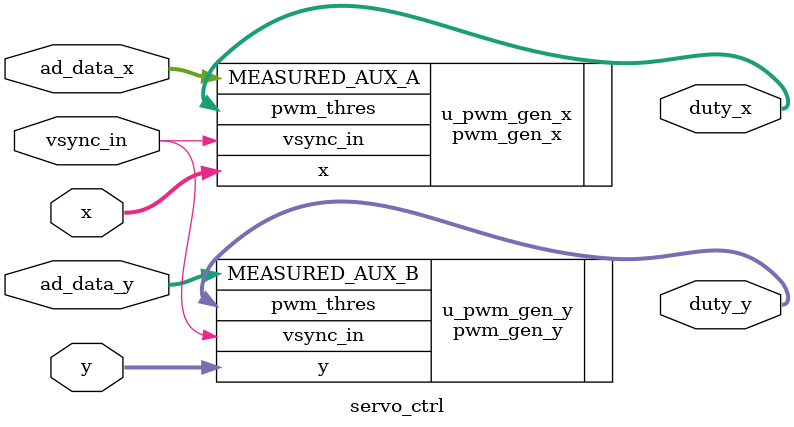
<source format=v>
`timescale 1ns / 1ps


module servo_ctrl(
input vsync_in,
input[11:0] x,
input[10:0] y,
input[15:0] ad_data_x,ad_data_y,
output[14:0]duty_x,duty_y
    );

    pwm_gen_x u_pwm_gen_x(
     .vsync_in(vsync_in),
     .MEASURED_AUX_A(ad_data_x),
     .x (x),
     .pwm_thres(duty_x)
    );           

    pwm_gen_y u_pwm_gen_y(
     .vsync_in(vsync_in),
     .MEASURED_AUX_B(ad_data_y),
     .y (y),
     .pwm_thres(duty_y)
    ); 

endmodule


</source>
